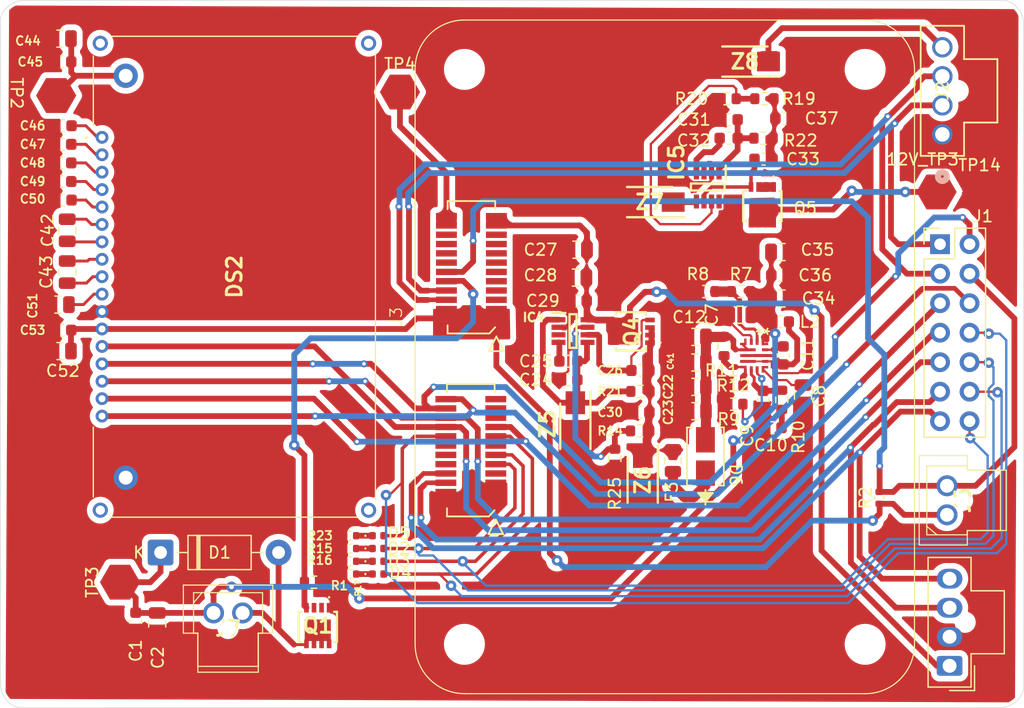
<source format=kicad_pcb>
(kicad_pcb (version 20241229) (generator "pcbnew") (generator_version "9.0")
  (layers (0 "F.Cu" signal) (2 "B.Cu" signal) (13 "F.Paste" user) (15 "B.Paste" user) (5 "F.SilkS" user "F.Silkscreen") (7 "B.SilkS" user "B.Silkscreen") (1 "F.Mask" user) (3 "B.Mask" user) (25 "Edge.Cuts" user))
  (net 0 "")
  (net 1 "+12V")
  (net 2 "+24V")
  (net 3 "GND")
  (net 4 "Net-(IC2-VCC_1)")
  (net 5 "Net-(IC2-COMP)")
  (net 6 "Net-(C10-Pad2)")
  (net 7 "Net-(IC2-BOOT)")
  (net 8 "Net-(IC2-SW)")
  (net 9 "Net-(D6-A)")
  (net 10 "/RPP_EN24")
  (net 11 "Net-(IC4-VCAP)")
  (net 12 "Net-(IC4-GATE)")
  (net 13 "/24V_OUT")
  (net 14 "/RPP_EN12")
  (net 15 "Net-(IC5-VCAP)")
  (net 16 "/12V_IN")
  (net 17 "Net-(IC5-GATE)")
  (net 18 "Net-(DS2-C2+)")
  (net 19 "Net-(DS2-C2-)")
  (net 20 "Net-(DS2-C1+)")
  (net 21 "Net-(DS2-C1-)")
  (net 22 "+3.3V")
  (net 23 "Net-(DS2-V0)")
  (net 24 "Net-(DS2-V1)")
  (net 25 "Net-(DS2-V2)")
  (net 26 "Net-(DS2-V3)")
  (net 27 "Net-(DS2-V4)")
  (net 28 "Net-(DS2-VOUT)")
  (net 29 "Net-(D1-A)")
  (net 30 "Net-(D2-K)")
  (net 31 "/LED_HV")
  (net 32 "/LED_FAULT")
  (net 33 "Net-(D3-K)")
  (net 34 "Net-(D4-K)")
  (net 35 "/LED_CHARGE")
  (net 36 "/LED_HEART")
  (net 37 "Net-(D5-K)")
  (net 38 "Net-(D6-K)")
  (net 39 "/Display_MISO")
  (net 40 "/Display_RES")
  (net 42 "/Display_SCLK")
  (net 46 "/Display_MOSI")
  (net 47 "/Display_NSS")
  (net 48 "Net-(IC2-FB_1)")
  (net 49 "Net-(IC2-EN{slash}UVLO)")
  (net 50 "Net-(IC2-ILIM)")
  (net 51 "/Power24V/OV")
  (net 53 "/Power12V/OV")
  (net 55 "/Estop")
  (net 60 "/BuzzPWM")
  (net 85 "/CAN_Elcon_+")
  (net 86 "/CAN_Car_+")
  (net 87 "/CAN_Elcon_-")
  (net 88 "/CAN_Car_-")
  (footprint "UTSVT_Passives:SODFL5026X125N" (layer "F.Cu") (at 122.4 63.375 180)
    (property "Reference" "Z8")
    (property "Value" "SMAF4744A" (hide yes))
  )
  (footprint "Resistor_SMD:R_0402_1005Metric" (layer "F.Cu") (at 88.415 105.3)
    (property "Reference" "R15")
    (property "Value" "590R")
  )
  (footprint "Capacitor_SMD:C_0603_1608Metric" (layer "F.Cu") (at 125.8 68.275)
    (property "Reference" "C37")
    (property "Value" "0.1u")
  )
  (footprint "153091202:1053091202" (layer "F.Cu") (at 139.8 102.4 90)
    (property "Reference" "J6")
    (property "Value" "Estop 3" (hide yes))
  )
  (footprint "Capacitor_SMD:C_0603_1608Metric" (layer "F.Cu") (at 124 71.775)
    (property "Reference" "C33")
    (property "Value" "22n")
  )
  (footprint "Resistor_SMD:R_0603_1608Metric" (layer "F.Cu") (at 125.575 92.5 -90)
    (property "Reference" "R10")
    (property "Value" "80.6k")
  )
  (footprint "Resistor_SMD:R_0402_1005Metric" (layer "F.Cu") (at 133.955 100.94 90)
    (property "Reference" "R2")
    (property "Value" "0")
  )
  (footprint "Capacitor_SMD:C_0805_2012Metric" (layer "F.Cu") (at 63.425 88.3 180)
    (property "Reference" "C52")
    (property "Value" "4u7")
  )
  (footprint "UTSVT_Special:TestPoint_HEX_3mmID" (layer "F.Cu") (at 68.6 108.2 90)
    (property "Reference" "TP3")
    (property "Value" "TestPoint")
  )
  (footprint "UTSVT_Passives:SODFL5026X125N" (layer "F.Cu") (at 107.8 94.775 -90)
    (property "Reference" "Z5")
    (property "Value" "SMAF4751A-TP" (hide yes))
  )
  (footprint "Capacitor_SMD:C_0603_1608Metric" (layer "F.Cu") (at 124.775 94.9)
    (property "Reference" "C10")
    (property "Value" "2n2")
  )
  (footprint "Capacitor_SMD:C_0603_1608Metric" (layer "F.Cu") (at 69.95 111.6 -90)
    (property "Reference" "C1")
    (property "Value" "0u1")
  )
  (footprint "UTSVT_Power:PSMN8R5-40MSDX" (layer "F.Cu") (at 112.575 86.6 90)
    (property "Reference" "Q4")
    (property "Value" "PSMN8R5-40MSDX" (hide yes))
  )
  (footprint "LED_SMD:LED_0402_1005Metric" (layer "F.Cu") (at 90.815 104.2)
    (property "Reference" "D5")
    (property "Value" "LED")
  )
  (footprint "UTSVT_Special:TestPoint_HEX_3mmID" (layer "F.Cu") (at 92.7 66 -90)
    (property "Reference" "TP4")
    (property "Value" "TestPoint")
  )
  (footprint "Capacitor_SMD:C_0805_2012Metric" (layer "F.Cu") (at 125.6 83.775)
    (property "Reference" "C34")
    (property "Value" "10u")
  )
  (footprint "UTSVT_Power:PSMN8R5-40MSDX" (layer "F.Cu") (at 85.625 112.05 180)
    (property "Reference" "Q1")
    (property "Value" "PSMN8R5-40MSDX" (hide yes))
  )
  (footprint "Capacitor_SMD:C_0603_1608Metric" (layer "F.Cu") (at 63.625 86.5 180)
    (property "Reference" "C53")
    (property "Value" "100n")
  )
  (footprint "Capacitor_SMD:C_0805_2012Metric" (layer "F.Cu") (at 64.05 77.9 90)
    (property "Reference" "C42")
    (property "Value" "2u2")
  )
  (footprint "Resistor_SMD:R_0603_1608Metric" (layer "F.Cu") (at 124 69.975 180)
    (property "Reference" "R22")
    (property "Value" "10k")
  )
  (footprint "Capacitor_SMD:C_0603_1608Metric" (layer "F.Cu") (at 108 83.975 180)
    (property "Reference" "C29")
    (property "Value" "0.1u")
  )
  (footprint "Capacitor_SMD:C_0805_2012Metric" (layer "F.Cu") (at 118.09 91.385 180)
    (property "Reference" "C22")
    (property "Value" "22u")
  )
  (footprint "UTSVT_Power:SOT65P280X110-8N" (layer "F.Cu") (at 107.6 86.575)
    (property "Reference" "IC4")
    (property "Value" "LM74502HDDFR" (hide yes))
  )
  (footprint "Resistor_SMD:R_0603_1608Metric" (layer "F.Cu") (at 121.4 91.275 180)
    (property "Reference" "R12")
    (property "Value" "64.9k")
  )
  (footprint "Capacitor_SMD:C_0805_2012Metric" (layer "F.Cu") (at 118.09 87.085 180)
    (property "Reference" "C12")
    (property "Value" "22u")
  )
  (footprint "Capacitor_SMD:C_0603_1608Metric" (layer "F.Cu") (at 107.2 90.775)
    (property "Reference" "C24")
    (property "Value" "1u")
  )
  (footprint "SK32A_LTP:SDO_DO-214AC-SMA_MCE" (layer "F.Cu") (at 119 97.375 90)
    (property "Reference" "D6")
    (property "Value" "D_Schottky")
  )
  (footprint "Inductor_SMD:L_0603_1608Metric" (layer "F.Cu") (at 125.4 85.775)
    (property "Reference" "L2")
    (property "Value" "10uH")
  )
  (footprint "Capacitor_SMD:C_0603_1608Metric" (layer "F.Cu") (at 63.65 68.9)
    (property "Reference" "C46")
    (property "Value" "1u")
  )
  (footprint "Fuse:Fuse_0805_2012Metric" (layer "F.Cu") (at 116.2 97.7375 90)
    (property "Reference" "F3")
    (property "Value" "5")
  )
  (footprint "Capacitor_SMD:C_0805_2012Metric" (layer "F.Cu") (at 118.1 93.475 180)
    (property "Reference" "C23")
    (property "Value" "22u")
  )
  (footprint "NHD-C12832A1Z-FSB-FBW-3V3:NHDC12832A1ZFSBFBW3V3" (layer "F.Cu") (at 67.05 69.8 -90)
    (property "Reference" "DS2")
    (property "Value" "NHD-C12832A1Z-FSB-FBW-3V3" (hide yes))
  )
  (footprint "Connector_PinHeader_2.54mm:PinHeader_2x07_P2.54mm_Vertical" (layer "F.Cu") (at 139.2 79.1)
    (property "Reference" "J1")
    (property "Value" "Conn_02x07_Top_Bottom")
  )
  (footprint "Capacitor_SMD:C_0805_2012Metric" (layer "F.Cu") (at 63.425 61.4 180)
    (property "Reference" "C44")
    (property "Value" "4u7")
  )
  (footprint "Capacitor_SMD:C_0603_1608Metric" (layer "F.Cu") (at 113.4 89.975)
    (property "Reference" "C26")
    (property "Value" "22n")
  )
  (footprint "Capacitor_SMD:C_0805_2012Metric" (layer "F.Cu") (at 125.6 79.775)
    (property "Reference" "C35")
    (property "Value" "10u")
  )
  (footprint "Capacitor_SMD:C_0603_1608Metric" (layer "F.Cu") (at 121 69.975 180)
    (property "Reference" "C32")
    (property "Value" "220n")
  )
  (footprint "Resistor_SMD:R_0402_1005Metric" (layer "F.Cu") (at 88.415 107.5)
    (property "Reference" "R17")
    (property "Value" "590R")
  )
  (footprint "153091202:1053091202" (layer "F.Cu") (at 76.65 110.845)
    (property "Reference" "J7")
    (property "Value" "BuzzConn" (hide yes))
  )
  (footprint "Capacitor_SMD:C_0603_1608Metric" (layer "F.Cu") (at 63.65 75.3)
    (property "Reference" "C50")
    (property "Value" "1u")
  )
  (footprint "TPS613771RYHR:VQFN-HR13_RYH_TEX" (layer "F.Cu") (at 123.2 88.68948 -90)
    (property "Reference" "IC2" (hide yes))
    (property "Value" "TPS613771RYHR")
  )
  (footprint "Capacitor_SMD:C_0805_2012Metric" (layer "F.Cu") (at 71.8 111.8 -90)
    (property "Reference" "C2")
    (property "Value" "10u")
  )
  (footprint "LED_SMD:LED_0402_1005Metric" (layer "F.Cu") (at 90.815 105.3)
    (property "Reference" "D2")
    (property "Value" "LED")
  )
  (footprint "Resistor_SMD:R_0603_1608Metric" (layer "F.Cu") (at 111.2 97.575 -90)
    (property "Reference" "R25")
    (property "Value" "4.3k")
  )
  (footprint "UTSVT_Passives:SODFL5026X125N" (layer "F.Cu") (at 113.6 99.4 -90)
    (property "Reference" "Z6")
    (property "Value" "SMAF4751A-TP" (hide yes))
  )
  (footprint "Resistor_SMD:R_0603_1608Metric" (layer "F.Cu") (at 85.3 108.2 180)
    (property "Reference" "R1")
    (property "Value" "100k")
  )
  (footprint "Capacitor_SMD:C_0805_2012Metric" (layer "F.Cu") (at 122 85.175 180)
    (property "Reference" "C7")
    (property "Value" "22u")
  )
  (footprint "UTSVT_Special:LeaderSOM" (layer "F.Cu") (at 92.800001 88.960079 90)
    (property "Reference" "J3")
    (property "Value" "~")
  )
  (footprint "Capacitor_SMD:C_0805_2012Metric" (layer "F.Cu") (at 63.25 84.3)
    (property "Reference" "C51")
    (property "Value" "2u2")
  )
  (footprint "LED_SMD:LED_0402_1005Metric" (layer "F.Cu") (at 90.815 107.5)
    (property "Reference" "D4")
    (property "Value" "LED")
  )
  (footprint "UTSVT_Power:PSMN8R5-40MSDX" (layer "F.Cu") (at 123.9 75.825 180)
    (property "Reference" "Q5")
    (property "Value" "PSMN8R5-40MSDX" (hide yes))
  )
  (footprint "UTSVT_Passives:SODFL5026X125N" (layer "F.Cu") (at 114.2 75.475 180)
    (property "Reference" "Z7")
    (property "Value" "SMAF4744A" (hide yes))
  )
  (footprint "Capacitor_SMD:C_0603_1608Metric" (layer "F.Cu") (at 123.975 92.5 90)
    (property "Reference" "C9")
    (property "Value" "15p")
  )
  (footprint "Resistor_SMD:R_0603_1608Metric" (layer "F.Cu") (at 124.075 66.575 180)
    (property "Reference" "R19")
    (property "Value" "47k")
  )
  (footprint "Capacitor_SMD:C_0603_1608Metric" (layer "F.Cu") (at 125.7 88.675 90)
    (property "Reference" "C11")
    (property "Value" "470nF")
  )
  (footprint "Resistor_SMD:R_0603_1608Metric" (layer "F.Cu") (at 113.375 95.175 180)
    (property "Reference" "R14")
    (property "Value" "100k")
  )
  (footprint "Capacitor_SMD:C_0603_1608Metric" (layer "F.Cu") (at 113.4 93.575 180)
    (property "Reference" "C30")
    (property "Value" "0.1u")
  )
  (footprint "Capacitor_SMD:C_0805_2012Metric" (layer "F.Cu") (at 107.8 81.975 180)
    (property "Reference" "C28")
    (property "Value" "10u")
  )
  (footprint "Capacitor_SMD:C_0603_1608Metric" (layer "F.Cu") (at 107.2 89.175 180)
    (property "Reference" "C25")
    (property "Value" "220n")
  )
  (footprint "Resistor_SMD:R_0402_1005Metric" (layer "F.Cu") (at 88.415 104.2)
    (property "Reference" "R23")
    (property "Value" "590R")
  )
  (footprint "UTSVT_Special:TestPoint_HEX_3mmID" (layer "F.Cu") (at 63.1 66.3 90)
    (property "Reference" "TP2")
    (property "Value" "TestPoint")
  )
  (footprint "Conn_1x4_1053091304:CONN_SD-105309-100_04_MOL" (layer "F.Cu") (at 139.39985 69.6451 90)
    (property "Reference" "J2")
    (property "Value" "LV_Elcon_Connector")
  )
  (footprint "LED_SMD:LED_0402_1005Metric" (layer "F.Cu") (at 90.815 106.4)
    (property "Reference" "D3")
    (property "Value" "LED")
  )
  (footprint "Capacitor_SMD:C_0805_2012Metric" (layer "F.Cu") (at 127.4 92.175 90)
    (property "Reference" "C8")
    (property "Value" "4u7")
  )
  (footprint "Capacitor_SMD:C_0805_2012Metric" (layer "F.Cu") (at 64.05 81.5 -90)
    (property "Reference" "C43")
    (property "Value" "2u2")
  )
  (footprint "UTSVT_Connectors:Molex_Nano-Fit_105309-xx04_1x04_P2.50mm_Vertical" (layer "F.Cu") (at 140.28 112.33 180)
    (property "Reference" "J4" (hide yes))
    (property "Value" "BPSConn" (hide yes))
  )
  (footprint "Resistor_SMD:R_0402_1005Metric" (layer "F.Cu") (at 88.415 106.4)
    (property "Reference" "R16")
    (property "Value" "590R")
  )
  (footprint "Resistor_SMD:R_0603_1608Metric" (layer "F.Cu") (at 119 83.175 180)
    (property "Reference" "R8")
    (property "Value" "1k")
  )
  (footprint "Resistor_SMD:R_0603_1608Metric" (layer "F.Cu") (at 120.825 66.575 180)
    (property "Reference" "R20")
    (property "Value" "4.3k")
  )
  (footprint "Capacitor_SMD:C_0603_1608Metric" (layer "F.Cu") (at 121 68.375)
    (property "Reference" "C31")
    (property "Value" "1u")
  )
  (footprint "Resistor_SMD:R_0603_1608Metric" (layer "F.Cu") (at 113.4 91.775 180)
    (property "Reference" "R21")
    (property "Value" "10k")
  )
  (footprint "Resistor_SMD:R_0603_1608Metric" (layer "F.Cu") (at 122.05 83.175 180)
    (property "Reference" "R7")
    (property "Value" "10k")
  )
  (footprint "Resistor_SMD:R_0603_1608Metric" (layer "F.Cu") (at 120.6 87.875 -90)
    (property "Reference" "R11")
    (property "Value" "1.5M")
  )
  (footprint "Capacitor_SMD:C_0603_1608Metric" (layer "F.Cu") (at 63.625 73.7)
    (property "Reference" "C49")
    (property "Value" "1u")
  )
  (footprint "Capacitor_SMD:C_0603_1608Metric" (layer "F.Cu") (at 63.625 63.4 180)
    (property "Reference" "C45")
    (property "Value" "100n")
  )
  (footprint "Capacitor_SMD:C_0603_1608Metric" (layer "F.Cu") (at 63.625 70.5)
    (property "Reference" "C47")
    (property "Value" "1u")
  )
  (footprint "Capacitor_SMD:C_0603_1608Metric" (layer "F.Cu") (at 125.45 81.775)
    (property "Reference" "C36")
    (property "Value" "0.1u")
  )
  (footprint "Diode_THT:D_DO-41_SOD81_P10.16mm_Horizontal" (layer "F.Cu") (at 72.09 105.645)
    (property "Reference" "D1")
    (property "Value" "1N5819")
  )
  (footprint "Capacitor_SMD:C_0805_2012Metric" (layer "F.Cu") (at 118.09 89.285 180)
    (property "Reference" "C41")
    (property "Value" "22u")
  )
  (footprint "UTSVT_Power:SOT65P280X110-8N" (layer "F.Cu") (at 119.2 74.175 -90)
    (property "Reference" "IC5")
    (property "Value" "LM74502HDDFR" (hide yes))
  )
  (footprint "Capacitor_SMD:C_0603_1608Metric" (layer "F.Cu") (at 63.625 72.1)
    (property "Reference" "C48")
    (property "Value" "1u")
  )
  (footprint "Resistor_SMD:R_0603_1608Metric" (layer "F.Cu") (at 121.4 92.875 180)
    (property "Reference" "R9")
    (property "Value" "29.4k")
  )
  (footprint "Capacitor_SMD:C_0805_2012Metric" (layer "F.Cu") (at 107.85 79.575 180)
    (property "Reference" "C27")
    (property "Value" "10u")
  )
  (footprint "UTSVT_Special:TestPoint_HEX_3mmID" (layer "F.Cu") (at 142.8 74.7 90)
    (property "Reference" "TP14")
    (property "Value" "TestPoint")
  )
  (footprint "UTSVT_Special:TestPoint_HEX_3mmID" (layer "F.Cu") (at 138.9 74.6 90)
    (property "Reference" "12V_TP3")
    (property "Value" "TestPoint")
  )
  (gr_arc (start 58.289364 59.702514) (mid 59.050001 58.550001) (end 60.356763 58.10365) (stroke (width 0.05)) (layer "Edge.Cuts"))
  (gr_line (start 60.356763 58.103648) (end 144.801134 58.1) (stroke (width 0.05)) (layer "Edge.Cuts"))
  (gr_line (start 146.400037 60.1674) (end 146.410637 117.397486) (stroke (width 0.05)) (layer "Edge.Cuts"))
  (gr_line (start 58.303654 116.943237) (end 58.289364 59.702514) (stroke (width 0.05)) (layer "Edge.Cuts"))
  (gr_arc (start 146.410636 117.397486) (mid 145.654746 118.546317) (end 144.355252 118.996316) (stroke (width 0.05)) (layer "Edge.Cuts"))
  (gr_line (start 144.355252 118.996352) (end 59.902514 119.010637) (stroke (width 0.05)) (layer "Edge.Cuts"))
  (gr_arc (start 144.801142 58.099964) (mid 145.953677 58.860614) (end 146.400037 60.1674) (stroke (width 0.05)) (layer "Edge.Cuts"))
  (gr_arc (start 59.902515 119.010637) (mid 58.748751 118.248382) (end 58.303653 116.939149) (stroke (width 0.05)) (layer "Edge.Cuts"))
  (segment (start 69.975 110.85) (end 69.95 110.825) (width 0.5) (layer "F.Cu") (net 1))
  (segment (start 71.8 110.85) (end 69.975 110.85) (width 0.5) (layer "F.Cu") (net 1))
  (segment (start 76.6 109.2) (end 76.65 109.25) (width 0.5) (layer "F.Cu") (net 1))
  (segment (start 124.6125 85.775) (end 124.6125 86.515469) (width 0.5) (layer "F.Cu") (net 1))
  (segment (start 68.6 108.2) (end 71.2 108.2) (width 0.5) (layer "F.Cu") (net 1))
  (segment (start 124.6125 86.515469) (end 124.028063 87.099906) (width 0.5) (layer "F.Cu") (net 1))
  (segment (start 121.4 99.063768) (end 110.863768 109.6) (width 0.5) (layer "F.Cu") (net 1))
  (segment (start 76.65 109.25) (end 76.65 110.845) (width 0.5) (layer "F.Cu") (net 1))
  (segment (start 110.863768 109.6) (end 89.2 109.6) (width 0.5) (layer "F.Cu") (net 1))
  (segment (start 131.6 74.5) (end 129.985 76.115) (width 0.5) (layer "F.Cu") (net 1))
  (segment (start 71.805 110.845) (end 71.8 110.85) (width 0.5) (layer "F.Cu") (net 1))
  (segment (start 121.4 96) (end 121.4 99.063768) (width 0.5) (layer "F.Cu") (net 1))
  (segment (start 138.9 74.6) (end 136.2 74.6) (width 0.5) (layer "F.Cu") (net 1))
  (segment (start 77.2 108.6) (end 76.6 109.2) (width 0.5) (layer "F.Cu") (net 1))
  (segment (start 69.95 110.825) (end 69.95 109.55) (width 0.5) (layer "F.Cu") (net 1))
  (segment (start 124.715469 86.515469) (end 125 86.8) (width 0.5) (layer "F.Cu") (net 1))
  (segment (start 123.950094 87.510426) (end 123.950094 87.099906) (width 0.25) (layer "F.Cu") (net 1))
  (segment (start 71.2 108.2) (end 72.09 107.31) (width 0.5) (layer "F.Cu") (net 1))
  (segment (start 76.65 110.845) (end 71.805 110.845) (width 0.5) (layer "F.Cu") (net 1))
  (segment (start 129.985 76.115) (end 123.9 76.115) (width 0.5) (layer "F.Cu") (net 1))
  (segment (start 124.6125 86.515469) (end 124.715469 86.515469) (width 0.5) (layer "F.Cu") (net 1))
  (segment (start 72.09 107.31) (end 72.09 105.645) (width 0.5) (layer "F.Cu") (net 1))
  (segment (start 78.2 108.6) (end 77.2 108.6) (width 0.5) (layer "F.Cu") (net 1))
  (segment (start 69.95 109.55) (end 68.6 108.2) (width 0.5) (layer "F.Cu") (net 1))
  (via (at 89.2 109.6) (size 0.9) (drill 0.4) (layers "F.Cu" "B.Cu") (net 1))
  (via (at 78.2 108.6) (size 0.9) (drill 0.4) (layers "F.Cu" "B.Cu") (net 1))
  (via (at 131.6 74.5) (size 0.9) (drill 0.4) (layers "F.Cu" "B.Cu") (net 1))
  (via (at 125 86.8) (size 0.9) (drill 0.4) (layers "F.Cu" "B.Cu") (net 1))
  (via (at 136.2 74.6) (size 0.9) (drill 0.4) (layers "F.Cu" "B.Cu") (net 1))
  (via (at 121.4 96) (size 0.9) (drill 0.4) (layers "F.Cu" "B.Cu") (net 1))
  (segment (start 88.2 108.6) (end 78.2 108.6) (width 0.5) (layer "B.Cu") (net 1))
  (segment (start 122 96) (end 121.4 96) (width 0.5) (layer "B.Cu") (net 1))
  (segment (start 136.2 74.6) (end 131.7 74.6) (width 0.5) (layer "B.Cu") (net 1))
  (segment (start 125 86.8) (end 125 93) (width 0.5) (layer "B.Cu") (net 1))
  (segment (start 131.7 74.6) (end 131.6 74.5) (width 0.5) (layer "B.Cu") (net 1))
  (segment (start 125 93) (end 122 96) (width 0.5) (layer "B.Cu") (net 1))
  (segment (start 89.2 109.6) (end 88.2 108.6) (width 0.5) (layer "B.Cu") (net 1))
  (segment (start 108.8 78.1) (end 108.186092 77.486092) (width 0.5) (layer "F.Cu") (net 2))
  (segment (start 108.8 79.575) (end 108.8 78.1) (width 0.5) (layer "F.Cu") (net 2))
  (segment (start 128.4 84.8) (end 129 85.4) (width 0.5) (layer "F.Cu") (net 2))
  (segment (start 96.7 76.686091) (end 96.7 72.95) (width 0.5) (layer "F.Cu") (net 2))
  (segment (start 138.92 115.4) (end 140.02 115.4) (width 0.5) (layer "F.Cu") (net 2))
  (segment (start 108.186092 77.486092) (end 101.000002 77.486092) (width 0.5) (layer "F.Cu") (net 2))
  (segment (start 108.85 85.6) (end 111.025 85.6) (width 0.5) (layer "F.Cu") (net 2))
  (segment (start 111.025 85.6) (end 111.05 85.625) (width 0.5) (layer "F.Cu") (net 2))
  (segment (start 108.775 85.525) (end 108.85 85.6) (width 0.5) (layer "F.Cu") (net 2))
  (segment (start 96.7 72.95) (end 92.7 68.95) (width 0.5) (layer "F.Cu") (net 2))
  (segment (start 129 105.48) (end 138.92 115.4) (width 0.5) (layer "F.Cu") (net 2))
  (segment (start 129 85.4) (end 129 105.48) (width 0.5) (layer "F.Cu") (net 2))
  (segment (start 112.5 84.5) (end 112.5 86.385) (width 0.5) (layer "F.Cu") (net 2))
  (segment (start 113.8 83.2) (end 112.5 84.5) (width 0.5) (layer "F.Cu") (net 2))
  (segment (start 92.7 68.95) (end 92.7 66) (width 0.5) (layer "F.Cu") (net 2))
  (segment (start 108.775 83.975) (end 108.775 85.525) (width 0.5) (layer "F.Cu") (net 2))
  (segment (start 114.8 83.2) (end 113.8 83.2) (width 0.5) (layer "F.Cu") (net 2))
  (segment (start 112.5 86.385) (end 112.285 86.6) (width 0.5) (layer "F.Cu") (net 2))
  (via (at 114.8 83.2) (size 0.9) (drill 0.4) (layers "F.Cu" "B.Cu") (net 2))
  (via (at 128.4 84.8) (size 0.9) (drill 0.4) (layers "F.Cu" "B.Cu") (net 2))
  (segment (start 116.6 84.2) (end 115.6 83.2) (width 0.5) (layer "B.Cu") (net 2))
  (segment (start 115.6 83.2) (end 114.8 83.2) (width 0.5) (layer "B.Cu") (net 2))
  (segment (start 127.8 84.2) (end 116.6 84.2) (width 0.5) (layer "B.Cu") (net 2))
  (segment (start 128.4 84.8) (end 127.8 84.2) (width 0.5) (layer "B.Cu") (net 2))
  (segment (start 124.718606 89.686646) (end 125.23196 90.2) (width 0.19) (layer "F.Cu") (net 3))
  (segment (start 122.949937 87.044142) (end 122.833759 86.927964) (width 0.19) (layer "F.Cu") (net 3))
  (segment (start 119.304 73.771) (end 118.329 73.771) (width 0.19) (layer "F.Cu") (net 3))
  (segment (start 107.6 85.79) (end 107.6 84.35) (width 0.19) (layer "F.Cu") (net 3))
  (segment (start 122.949937 87.50203) (end 122.949937 87.044142) (width 0.19) (layer "F.Cu") (net 3))
  (segment (start 121.05 85.75145) (end 121.05 85.175) (width 0.19) (layer "F.Cu") (net 3))
  (segment (start 107.6 84.35) (end 107.225 83.975) (width 0.19) (layer "F.Cu") (net 3))
  (segment (start 107.196 90.004) (end 106.425 90.775) (width 0.19) (layer "F.Cu") (net 3))
  (segment (start 122.654738 89.189606) (end 124.138022 89.189606) (width 0.15) (layer "F.Cu") (net 3))
  (segment (start 107.14 86.25) (end 107.196 86.306) (width 0.19) (layer "F.Cu") (net 3))
  (segment (start 119.525 72.925) (end 119.525 73.55) (width 0.19) (layer "F.Cu") (net 3))
  (segment (start 107.14 86.25) (end 107.6 85.79) (width 0.19) (layer "F.Cu") (net 3))
  (segment (start 119.525 73.55) (end 119.304 73.771) (width 0.19) (layer "F.Cu") (net 3))
  (segment (start 122.833759 86.927964) (end 122.226514 86.927964) (width 0.19) (layer "F.Cu") (net 3))
  (segment (start 122.226514 86.927964) (end 121.05 85.75145) (width 0.19) (layer "F.Cu") (net 3))
  (segment (start 124.718606 89.189606) (end 124.718606 89.686646) (width 0.19) (layer "F.Cu") (net 3))
  (segment (start 106.35 86.25) (end 107.14 86.25) (width 0.19) (layer "F.Cu") (net 3))
  (segment (start 107.196 86.306) (end 107.196 90.004) (width 0.19) (layer "F.Cu") (net 3))
  (segment (start 124.138022 89.189606) (end 124.718606 89.189606) (width 0.19) (layer "F.Cu") (net 3))
  (segment (start 125.23196 90.2) (end 127 90.2) (width 0.19) (layer "F.Cu") (net 3))
  (segment (start 118.329 73.771) (end 118.2 73.9) (width 0.19) (layer "F.Cu") (net 3))
  (segment (start 126.425 91.225) (end 127.4 91.225) (width 0.19) (layer "F.Cu") (net 4))
  (segment (start 126 90.8) (end 126.425 91.225) (width 0.19) (layer "F.Cu") (net 4))
  (segment (start 124.876903 90.8) (end 126 90.8) (width 0.19) (layer "F.Cu") (net 4))
  (segment (start 123.950118 89.873215) (end 124.876903 90.8) (width 0.19) (layer "F.Cu") (net 4))
  (segment (start 122.949937 90.324937) (end 123.2 90.575) (width 0.25) (layer "F.Cu") (net 5))
  (segment (start 123.975 91.725) (end 123.75 91.725) (width 0.5) (layer "F.Cu") (net 5))
  (segment (start 123.75 91.725) (end 123.2 91.175) (width 0.5) (layer "F.Cu") (net 5))
  (segment (start 122.949937 89.87693) (end 122.949937 90.324937) (width 0.25) (layer "F.Cu") (net 5))
  (segment (start 125.525 91.725) (end 125.575 91.675) (width 0.5) (layer "F.Cu") (net 5))
  (segment (start 123.975 91.725) (end 125.525 91.725) (width 0.5) (layer "F.Cu") (net 5))
  (segment (start 123.2 90.575) (end 123.2 91.175) (width 0.25) (layer "F.Cu") (net 5))
  (segment (start 125.575 94.55) (end 125.55 94.575) (width 0.5) (layer "F.Cu") (net 6))
  (segment (start 125.575 93.325) (end 125.575 94.875) (width 0.5) (layer "F.Cu") (net 6))
  (segment (start 124.785646 88.189354) (end 124.8 88.175) (width 0.2) (layer "F.Cu") (net 7))
  (segment (start 125.075 87.9) (end 124.8 88.175) (width 0.4) (layer "F.Cu") (net 7))
  (segment (start 125.7 87.9) (end 125.075 87.9) (width 0.5) (layer "F.Cu") (net 7))
  (segment (start 124.138022 88.189354) (end 124.785646 88.189354) (width 0.2) (layer "F.Cu") (net 7))
  (segment (start 126.9 89.075) (end 126.525 89.45) (width 0.5) (layer "F.Cu") (net 8))
  (segment (start 126.525 89.45) (end 125.7 89.45) (width 0.5) (layer "F.Cu") (net 8))
  (segment (start 126.1875 86.5625) (end 126.9 87.275) (width 0.5) (layer "F.Cu") (net 8))
  (segment (start 126.1875 85.775) (end 126.1875 86.5625) (width 0.5) (layer "F.Cu") (net 8))
  (segment (start 124.951 88.701) (end 125.7 89.45) (width 0.25) (layer "F.Cu") (net 8))
  (segment (start 124.570604 88.68948) (end 124.582124 88.701) (width 0.25) (layer "F.Cu") (net 8))
  (segment (start 126.9 87.275) (end 126.9 89.075) (width 0.5) (layer "F.Cu") (net 8))
  (segment (start 123.2 88.68948) (end 124.570604 88.68948) (width 0.25) (layer "F.Cu") (net 8))
  (segment (start 124.582124 88.701) (end 124.951 88.701) (width 0.25) (layer "F.Cu") (net 8))
  (segment (start 122.259694 87.69253) (end 122.259694 87.79431) (width 0.19) (layer "F.Cu") (net 9))
  (segment (start 121.075 87.05) (end 121.4 87.375) (width 0.5) (layer "F.Cu") (net 9))
  (segment (start 121.614354 88.189354) (end 121.6 88.175) (width 0.25) (layer "F.Cu") (net 9))
  (segment (start 119.04 93.465) (end 119.05 93.475) (width 0.875) (layer "F.Cu") (net 9))
  (segment (start 120.6 87.05) (end 121.075 87.05) (width 0.5) (layer "F.Cu") (net 9))
  (segment (start 119.04 89.285) (end 119.04 93.465) (width 0.875) (layer "F.Cu") (net 9))
  (segment (start 122.654738 88.189354) (end 121.614354 88.189354) (width 0.25) (layer "F.Cu") (net 9))
  (segment (start 119.04 87.085) (end 120.565 87.085) (width 0.875) (layer "F.Cu") (net 9))
  (segment (start 121.4 87.975) (end 121.6 88.175) (width 0.5) (layer "F.Cu") (net 9))
  (segment (start 122.259694 87.79431) (end 122.654738 88.189354) (width 0.19) (layer "F.Cu") (net 9))
  (segment (start 119.05 95.8899) (end 119 95.9399) (width 0.875) (layer "F.Cu") (net 9))
  (segment (start 120.565 87.085) (end 120.6 87.05) (width 0.875) (layer "F.Cu") (net 9))
  (segment (start 119.05 93.475) (end 119.05 95.8899) (width 0.875) (layer "F.Cu") (net 9))
  (segment (start 119.04 87.085) (end 119.04 89.285) (width 0.875) (layer "F.Cu") (net 9))
  (segment (start 121.4 87.375) (end 121.4 87.975) (width 0.5) (layer "F.Cu") (net 9))
  (segment (start 112.575 91.775) (end 110.6 91.775) (width 0.5) (layer "F.Cu") (net 10))
  (segment (start 108.8 87.601) (end 108.85 87.601) (width 0.5) (layer "F.Cu") (net 10))
  (segment (start 107.8 92.75) (end 106.465 92.75) (width 0.5) (layer "F.Cu") (net 10))
  (segment (start 108.8 88.975) (end 108.8 87.601) (width 0.5) (layer "F.Cu") (net 10))
  (segment (start 105 85.973) (end 105.373 85.6) (width 0.5) (layer "F.Cu") (net 10))
  (segment (start 106.465 92.75) (end 105 91.285) (width 0.5) (layer "F.Cu") (net 10))
  (segment (start 110.6 91.775) (end 109.625 92.75) (width 0.5) (layer "F.Cu") (net 10))
  (segment (start 105 91.285) (end 105 85.973) (width 0.5) (layer "F.Cu") (net 10))
  (segment (start 109.625 92.75) (end 107.8 92.75) (width 0.5) (layer "F.Cu") (net 10))
  (segment (start 107.975 89.175) (end 107.975 90.775) (width 0.5) (layer "F.Cu") (net 10))
  (segment (start 107.975 92.575) (end 107.8 92.75) (width 0.5) (layer "F.Cu") (net 10))
  (segment (start 107.975 89.175) (end 108.6 89.175) (width 0.5) (layer "F.Cu") (net 10))
  (segment (start 107.975 90.775) (end 107.975 92.575) (width 0.5) (layer "F.Cu") (net 10))
  (segment (start 108.6 89.175) (end 108.8 88.975) (width 0.5) (layer "F.Cu") (net 10))
  (segment (start 105.373 85.6) (end 106.35 85.6) (width 0.5) (layer "F.Cu") (net 10))
  (segment (start 106.425 87.625) (end 106.35 87.55) (width 0.5) (layer "F.Cu") (net 11))
  (segment (start 106.425 89.175) (end 106.425 87.625) (width 0.5) (layer "F.Cu") (net 11))
  (segment (start 113.62 85.625) (end 113.506 85.739) (width 0.19) (layer "F.Cu") (net 12))
  (segment (start 110.4 89.975) (end 110.2 89.775) (width 0.5) (layer "F.Cu") (net 12))
  (segment (start 109.851 87.026) (end 109.725 86.9) (width 0.5) (layer "F.Cu") (net 12))
  (segment (start 114.225 85.625) (end 113.62 85.625) (width 0.19) (layer "F.Cu") (net 12))
  (segment (start 110.2 89.775) (end 109.851 89.426) (width 0.5) (layer "F.Cu") (net 12))
  (segment (start 113.506 87.894) (end 112.625 88.775) (width 0.19) (layer "F.Cu") (net 12))
  (segment (start 109.725 86.9) (end 108.85 86.9) (width 0.5) (layer "F.Cu") (net 12))
  (segment (start 112.625 89.975) (end 110.4 89.975) (width 0.5) (layer "F.Cu") (net 12))
  (segment (start 112.625 88.775) (end 112.625 89.975) (width 0.19) (layer "F.Cu") (net 12))
  (segment (start 109.851 89.426) (end 109.851 87.026) (width 0.5) (layer "F.Cu") (net 12))
  (segment (start 113.506 85.739) (end 113.506 87.894) (width 0.19) (layer "F.Cu") (net 12))
  (segment (start 114.225 89.925) (end 114.175 89.975) (width 0.5) (layer "F.Cu") (net 13))
  (segment (start 114.225 87.575) (end 114.225 89.925) (width 0.5) (layer "F.Cu") (net 13))
  (segment (start 121.775 69.975) (end 121.775 68.375) (width 0.5) (layer "F.Cu") (net 14))
  (segment (start 120.175 72.925) (end 120.175 72.6) (width 0.5) (layer "F.Cu") (net 14))
  (segment (start 123.175 69.975) (end 121.775 69.975) (width 0.5) (layer "F.Cu") (net 14))
  (segment (start 118.175 75.475) (end 118.225 75.425) (width 0.5) (layer "F.Cu") (net 14))
  (segment (start 121.775 71) (end 121.775 69.975) (width 0.5) (layer "F.Cu") (net 14))
  (segment (start 116.225 75.475) (end 118.175 75.475) (width 0.5) (layer "F.Cu") (net 14))
  (segment (start 120.175 72.6) (end 121.775 71) (width 0.5) (layer "F.Cu") (net 14))
  (segment (start 120.225 70.55) (end 119.6 71.175) (width 0.5) (layer "F.Cu") (net 15))
  (segment (start 119.6 71.175) (end 118.875 71.175) (width 0.5) (layer "F.Cu") (net 15))
  (segment (start 118.875 71.175) (end 118.225 71.825) (width 0.5) (layer "F.Cu") (net 15))
  (segment (start 118.225 71.825) (end 118.225 72.925) (width 0.5) (layer "F.Cu") (net 15))
  (segment (start 120.225 69.975) (end 120.225 70.55) (width 0.5) (layer "F.Cu") (net 15))
  (segment (start 124.825 71.725) (end 124.775 71.775) (width 0.5) (layer "F.Cu") (net 16))
  (segment (start 124.9 68.1) (end 124.825 68.175) (width 0.5) (layer "F.Cu") (net 16))
  (segment (start 125.6 60.5) (end 124.425 61.675) (width 0.5) (layer "F.Cu") (net 16))
  (segment (start 139.39985 62.1451) (end 137.75475 60.5) (width 0.5) (layer "F.Cu") (net 16))
  (segment (start 124.825 69.9) (end 124.75 69.975) (width 0.5) (layer "F.Cu") (net 16))
  (segment (start 124.425 61.675) (end 124.425 63.375) (width 0.5) (layer "F.Cu") (net 16))
  (segment (start 124.875 71.875) (end 124.775 71.775) (width 0.5) (layer "F.Cu") (net 16))
  (segment (start 137.75475 60.5) (end 125.6 60.5) (width 0.5) (layer "F.Cu") (net 16))
  (segment (start 124.75 71.725) (end 124.7 71.775) (width 0.5) (layer "F.Cu") (net 16))
  (segment (start 122.925 74.175) (end 122.925 72.85) (width 0.3) (layer "F.Cu") (net 17))
  (segment (start 119.525 74.175) (end 118.875 74.825) (width 0.3) (layer "F.Cu") (net 17))
  (segment (start 122.925 74.175) (end 119.525 74.175) (width 0.3) (layer "F.Cu") (net 17))
  (segment (start 118.875 74.825) (end 118.875 75.425) (width 0.3) (layer "F.Cu") (net 17))
  (segment (start 123.225 71.775) (end 123.225 72.55) (width 0.5) (layer "F.Cu") (net 17))
  (segment (start 122.925 72.85) (end 123.225 72.55) (width 0.3) (layer "F.Cu") (net 17))
  (segment (start 67.05 78.9) (end 64.1 78.9) (width 0.25) (layer "F.Cu") (net 18))
  (segment (start 64.1 78.9) (end 64.05 78.85) (width 0.25) (layer "F.Cu") (net 18))
  (segment (start 65.7 76.95) (end 64.05 76.95) (width 0.25) (layer "F.Cu") (net 19))
  (segment (start 67.05 77.4) (end 66.15 77.4) (width 0.25) (layer "F.Cu") (net 19))
  (segment (start 66.15 77.4) (end 65.7 76.95) (width 0.25) (layer "F.Cu") (net 19))
  (segment (start 67.05 80.4) (end 65.95 80.4) (width 0.25) (layer "F.Cu") (net 20))
  (segment (start 65.8 80.55) (end 64.05 80.55) (width 0.25) (layer "F.Cu") (net 20))
  (segment (start 65.95 80.4) (end 65.8 80.55) (width 0.25) (layer "F.Cu") (net 20))
  (segment (start 65.7 82.45) (end 64.05 82.45) (width 0.25) (layer "F.Cu") (net 21))
  (segment (start 66.25 81.9) (end 65.7 82.45) (width 0.25) (layer "F.Cu") (net 21))
  (segment (start 67.05 81.9) (end 66.25 81.9) (width 0.25) (layer "F.Cu") (net 21))
  (segment (start 64.675 64.725) (end 64.675 64.6) (width 0.5) (layer "F.Cu") (net 22))
  (segment (start 134 101.495) (end 133.955 101.45) (width 0.5) (layer "F.Cu") (net 22))
  (segment (start 67.05 86.4) (end 93.2 86.4) (width 0.5) (layer "F.Cu") (net 22))
  (segment (start 94.11391 85.48609) (end 96.700061 85.48609) (width 0.5) (layer "F.Cu") (net 22))
  (segment (start 64.4 64.325) (end 64.4 63.4) (width 0.5) (layer "F.Cu") (net 22))
  (segment (start 64.5 86.4) (end 64.4 86.5) (width 0.5) (layer "F.Cu") (net 22))
  (segment (start 106.225 106.325) (end 105.6 105.7) (width 0.5) (layer "F.Cu") (net 22))
  (segment (start 64.4 63.4) (end 64.4 61.425) (width 0.5) (layer "F.Cu") (net 22))
  (segment (start 69.09 64.6) (end 64.675 64.6) (width 0.5) (layer "F.Cu") (net 22))
  (segment (start 133.955 101.45) (end 135.155 101.45) (width 0.5) (layer "F.Cu") (net 22))
  (segment (start 134 102.3) (end 134 101.495) (width 0.5) (layer "F.Cu") (net 22))
  (segment (start 133.4 102.9) (end 134 102.3) (width 0.5) (layer "F.Cu") (net 22))
  (segment (start 93.2 86.4) (end 94.11391 85.48609) (width 0.5) (layer "F.Cu") (net 22))
  (segment (start 63.1 66.3) (end 64.675 64.725) (width 0.5) (layer "F.Cu") (net 22))
  (segment (start 67.05 86.4) (end 64.5 86.4) (width 0.5) (layer "F.Cu") (net 22))
  (segment (start 64.375 86.525) (end 64.4 86.5) (width 0.5) (layer "F.Cu") (net 22))
  (segment (start 69.225 64.465) (end 69.09 64.6) (width 0.5) (layer "F.Cu") (net 22))
  (segment (start 64.675 64.6) (end 64.4 64.325) (width 0.5) (layer "F.Cu") (net 22))
  (segment (start 105.6 105.7) (end 105.6 94.2) (width 0.5) (layer "F.Cu") (net 22))
  (segment (start 105.6 94.2) (end 101.000002 89.600002) (width 0.5) (layer "F.Cu") (net 22))
  (segment (start 101.000002 89.600002) (end 101.000002 85.486089) (width 0.5) (layer "F.Cu") (net 22))
  (segment (start 135.155 101.45) (end 136.105 102.4) (width 0.5) (layer "F.Cu") (net 22))
  (segment (start 136.105 102.4) (end 139.8 102.4) (width 0.5) (layer "F.Cu") (net 22))
  (segment (start 64.4 61.425) (end 64.375 61.4) (width 0.5) (layer "F.Cu") (net 22))
  (segment (start 64.375 88.3) (end 64.375 86.525) (width 0.5) (layer "F.Cu") (net 22))
  (via (at 106.225 106.325) (size 0.9) (drill 0.4) (layers "F.Cu" "B.Cu") (net 22))
  (via (at 133.4 102.9) (size 0.9) (drill 0.4) (layers "F.Cu" "B.Cu") (net 22))
  (segment (start 133.4 102.9) (end 128.2 102.9) (width 0.5) (layer "B.Cu") (net 22))
  (segment (start 128.2 102.9) (end 124.2 106.9) (width 0.5) (layer "B.Cu") (net 22))
  (segment (start 106.8 106.9) (end 106.225 106.325) (width 0.5) (layer "B.Cu") (net 22))
  (segment (start 124.2 106.9) (end 106.8 106.9) (width 0.5) (layer "B.Cu") (net 22))
  (segment (start 65.65 68.9) (end 64.425 68.9) (width 0.25) (layer "F.Cu") (net 23))
  (segment (start 66.65 69.9) (end 65.65 68.9) (width 0.25) (layer "F.Cu") (net 23))
  (segment (start 67.05 69.9) (end 66.65 69.9) (width 0.25) (layer "F.Cu") (net 23))
  (segment (start 67.05 71.4) (end 66.55 71.4) (width 0.25) (layer "F.Cu") (net 24))
  (segment (start 66.55 71.4) (end 65.65 70.5) (width 0.25) (layer "F.Cu") (net 24))
  (segment (start 65.65 70.5) (end 64.4 70.5) (width 0.25) (layer "F.Cu") (net 24))
  (segment (start 65.65 72.1) (end 64.4 72.1) (width 0.25) (layer "F.Cu") (net 25))
  (segment (start 67.05 72.9) (end 66.45 72.9) (width 0.25) (layer "F.Cu") (net 25))
  (segment (start 66.45 72.9) (end 65.65 72.1) (width 0.25) (layer "F.Cu") (net 25))
  (segment (start 65.65 73.7) (end 64.4 73.7) (width 0.25) (layer "F.Cu") (net 26))
  (segment (start 66.35 74.4) (end 65.65 73.7) (width 0.25) (layer "F.Cu") (net 26))
  (segment (start 67.05 74.4) (end 66.35 74.4) (width 0.25) (layer "F.Cu") (net 26))
  (segment (start 67.05 75.9) (end 66.25 75.9) (width 0.25) (layer "F.Cu") (net 27))
  (segment (start 65.65 75.3) (end 64.425 75.3) (width 0.25) (layer "F.Cu") (net 27))
  (segment (start 66.25 75.9) (end 65.65 75.3) (width 0.25) (layer "F.Cu") (net 27))
  (segment (start 65.45 84.3) (end 64.2 84.3) (width 0.25) (layer "F.Cu") (net 28))
  (segment (start 66.35 83.4) (end 65.45 84.3) (width 0.25) (layer "F.Cu") (net 28))
  (segment (start 67.05 83.4) (end 66.35 83.4) (width 0.25) (layer "F.Cu") (net 28))
  (segment (start 80.845 110.845) (end 82.4 112.4) (width 0.5) (layer "F.Cu") (net 29))
  (segment (start 79.15 110.845) (end 80.845 110.845) (width 0.5) (layer "F.Cu") (net 29))
  (segment (start 82.4 112.4) (end 83.575 113.575) (width 0.5) (layer "F.Cu") (net 29))
  (segment (start 84.65 113.575) (end 83.575 113.575) (width 0.25) (layer "F.Cu") (net 29))
  (segment (start 82.25 105.645) (end 82.25 112.25) (width 0.5) (layer "F.Cu") (net 29))
  (segment (start 88.925 105.3) (end 90.33 105.3) (width 0.5) (layer "F.Cu") (net 30))
  (segment (start 99.1 105.3) (end 102.6 101.8) (width 0.3) (layer "F.Cu") (net 31))
  (segment (start 141.74 89.26) (end 143.36 89.26) (width 0.2) (layer "F.Cu") (net 31))
  (segment (start 102.6 98.5) (end 102.140068 98.040068) (width 0.3) (layer "F.Cu") (net 31))
  (segment (start 102.6 101.8) (end 102.6 98.5) (width 0.3) (layer "F.Cu") (net 31))
  (segment (start 93.701562 105.301562) (end 94.298438 105.301562) (width 0.3) (layer "F.Cu") (net 31))
  (segment (start 94.298438 105.301562) (end 94.3 105.3) (width 0.3) (layer "F.Cu") (net 31))
  (segment (start 91.3 105.3) (end 93.7 105.3) (width 0.3) (layer "F.Cu") (net 31))
  (segment (start 94.3 105.3) (end 99.1 105.3) (width 0.3) (layer "F.Cu") (net 31))
  (segment (start 93.7 105.3) (end 93.701562 105.301562) (width 0.2) (layer "F.Cu") (net 31))
  (segment (start 143.36 89.26) (end 143.4 89.3) (width 0.2) (layer "F.Cu") (net 31))
  (segment (start 102.140068 98.040068) (end 100.950002 98.040068) (width 0.3) (layer "F.Cu") (net 31))
  (via (at 143.4 89.3) (size 0.9) (drill 0.4) (layers "F.Cu" "B.Cu") (net 31))
  (via (at 94.298438 105.301562) (size 0.9) (drill 0.4) (layers "F.Cu" "B.Cu") (net 31))
  (segment (start 143.8 92.562075) (end 143.399 92.161075) (width 0.2) (layer "B.Cu") (net 31))
  (segment (start 143.8 89.7) (end 143.4 89.3) (width 0.2) (layer "B.Cu") (net 31))
  (segment (start 134.9 104.9) (end 135.1329 104.9) (width 0.2) (layer "B.Cu") (net 31))
  (segment (start 143.8 91.137925) (end 143.8 89.7) (width 0.2) (layer "B.Cu") (net 31))
  (segment (start 130.899 108.901) (end 134.9 104.9) (width 0.2) (layer "B.Cu") (net 31))
  (segment (start 95.562075 105.9) (end 98.563075 108.901) (width 0.2) (layer "B.Cu") (net 31))
  (segment (start 143.101 104.899) (end 143.8 104.2) (width 0.2) (layer "B.Cu") (net 31))
  (segment (start 143.399 92.161075) (end 143.399 91.538925) (width 0.2) (layer "B.Cu") (net 31))
  (segment (start 143.399 91.538925) (end 143.8 91.137925) (width 0.2) (layer "B.Cu") (net 31))
  (segment (start 135.1329 104.9) (end 135.1339 104.899) (width 0.2) (layer "B.Cu") (net 31))
  (segment (start 94.4 105.9) (end 95.562075 105.9) (width 0.2) (layer "B.Cu") (net 31))
  (segment (start 94.298438 105.798438) (end 94.4 105.9) (width 0.2) (layer "B.Cu") (net 31))
  (segment (start 135.1339 104.899) (end 143.101 104.899) (width 0.2) (layer "B.Cu") (net 31))
  (segment (start 94.298438 105.301562) (end 94.298438 105.798438) (width 0.2) (layer "B.Cu") (net 31))
  (segment (start 143.8 104.2) (end 143.8 92.562075) (width 0.2) (layer "B.Cu") (net 31))
  (segment (start 98.563075 108.901) (end 130.899 108.901) (width 0.2) (layer "B.Cu") (net 31))
  (segment (start 103.3 98.2) (end 102.34007 97.24007) (width 0.3) (layer "F.Cu") (net 32))
  (segment (start 103.3 102.3) (end 103.3 98.2) (width 0.3) (layer "F.Cu") (net 32))
  (segment (start 98.1 106.4) (end 91.3 106.4) (width 0.3) (layer "F.Cu") (net 32))
  (segment (start 141.74 95.74) (end 141.8 95.8) (width 0.2) (layer "F.Cu") (net 32))
  (segment (start 141.74 94.34) (end 141.74 95.74) (width 0.2) (layer "F.Cu") (net 32))
  (segment (start 99.2 106.4) (end 98.1 106.4) (width 0.3) (layer "F.Cu") (net 32))
  (segment (start 99.2 106.4) (end 103.3 102.3) (width 0.3) (layer "F.Cu") (net 32))
  (segment (start 102.34007 97.24007) (end 100.950002 97.24007) (width 0.3) (layer "F.Cu") (net 32))
  (via (at 98.1 106.4) (size 0.9) (drill 0.4) (layers "F.Cu" "B.Cu") (net 32))
  (via (at 141.8 95.8) (size 0.9) (drill 0.4) (layers "F.Cu" "B.Cu") (net 32))
  (segment (start 100.1 108.5) (end 98.1 106.5) (width 0.2) (layer "B.Cu") (net 32))
  (segment (start 143.3 103.9) (end 143.3 97.3) (width 0.2) (layer "B.Cu") (net 32))
  (segment (start 100.1 108.5) (end 130.7 108.5) (width 0.2) (layer "B.Cu") (net 32))
  (segment (start 142.702 104.498) (end 143.3 103.9) (width 0.2) (layer "B.Cu") (net 32))
  (segment (start 98.1 106.5) (end 98.1 106.4) (width 0.2) (layer "B.Cu") (net 32))
  (segment (start 130.7 108.5) (end 134.702 104.498) (width 0.2) (layer "B.Cu") (net 32))
  (segment (start 143.3 97.3) (end 141.8 95.8) (width 0.2) (layer "B.Cu") (net 32))
  (segment (start 134.702 104.498) (end 142.702 104.498) (width 0.2) (layer "B.Cu") (net 32))
  (segment (start 88.925 106.4) (end 90.33 106.4) (width 0.5) (layer "F.Cu") (net 33))
  (segment (start 88.925 107.5) (end 90.33 107.5) (width 0.5) (layer "F.Cu") (net 34))
  (segment (start 102.17706 95.640068) (end 100.950002 95.640068) (width 0.3) (layer "F.Cu") (net 35))
  (segment (start 104.1 97.563008) (end 102.17706 95.640068) (width 0.3) (layer "F.Cu") (net 35))
  (segment (start 96.1 107.5) (end 99.3 107.5) (width 0.3) (layer "F.Cu") (net 35))
  (segment (start 99.3 107.5) (end 100.85 105.95) (width 0.3) (layer "F.Cu") (net 35))
  (segment (start 91.3 107.5) (end 96.1 107.5) (width 0.3) (layer "F.Cu") (net 35))
  (segment (start 144.1 91.8) (end 144.15 91.85) (width 0.2) (layer "F.Cu") (net 35))
  (segment (start 97.1 108.5) (end 96.1 107.5) (width 0.2) (layer "F.Cu") (net 35))
  (segment (start 104.1 102.7) (end 104.1 97.563008) (width 0.3) (layer "F.Cu") (net 35))
  (segment (start 100.85 105.95) (end 104.1 102.7) (width 0.3) (layer "F.Cu") (net 35))
  (segment (start 141.74 91.8) (end 144.1 91.8) (width 0.2) (layer "F.Cu") (net 35))
  (via (at 144.15 91.85) (size 0.9) (drill 0.4) (layers "F.Cu" "B.Cu") (net 35))
  (via (at 97.1 108.5) (size 0.9) (drill 0.4) (layers "F.Cu" "B.Cu") (net 35))
  (segment (start 144.5 92.1) (end 144.25 91.85) (width 0.2) (layer "B.Cu") (net 35))
  (segment (start 135.3 105.3) (end 143.6 105.3) (width 0.2) (layer "B.Cu") (net 35))
  (segment (start 98 109.4) (end 131.2 109.4) (width 0.2) (layer "B.Cu") (net 35))
  (segment (start 143.6 105.3) (end 144.5 104.4) (width 0.2) (layer "B.Cu") (net 35))
  (segment (start 144.5 104.4) (end 144.5 92.1) (width 0.2) (layer "B.Cu") (net 35))
  (segment (start 97.1 108.5) (end 98 109.4) (width 0.2) (layer "B.Cu") (net 35))
  (segment (start 131.2 109.4) (end 135.3 105.3) (width 0.2) (layer "B.Cu") (net 35))
  (segment (start 144.25 91.85) (end 144.15 91.85) (width 0.2) (layer "B.Cu") (net 35))
  (segment (start 92.9 104) (end 92.9 99.6) (width 0.3) (layer "F.Cu") (net 36))
  (segment (start 143.4 86.8) (end 143.2 86.8) (width 0.2) (layer "F.Cu") (net 36))
  (segment (start 92.7 104.2) (end 92.9 104) (width 0.3) (layer "F.Cu") (net 36))
  (segment (start 91.3 104.2) (end 92.7 104.2) (width 0.3) (layer "F.Cu") (net 36))
  (segment (start 143.12 86.72) (end 141.74 86.72) (width 0.2) (layer "F.Cu") (net 36))
  (segment (start 92.9 99.6) (end 92.9 96.7) (width 0.3) (layer "F.Cu") (net 36))
  (segment (start 92.9 96.7) (end 93.959932 95.640068) (width 0.3) (layer "F.Cu") (net 36))
  (segment (start 91.5 100.7) (end 91.8 100.7) (width 0.2) (layer "F.Cu") (net 36))
  (segment (start 91.8 100.7) (end 92.9 99.6) (width 0.2) (layer "F.Cu") (net 36))
  (segment (start 143.2 86.8) (end 143.12 86.72) (width 0.2) (layer "F.Cu") (net 36))
  (segment (start 93.959932 95.640068) (end 96.65 95.640068) (width 0.3) (layer "F.Cu") (net 36))
  (via (at 91.5 100.7) (size 0.9) (drill 0.4) (layers "F.Cu" "B.Cu") (net 36))
  (via (at 143.4 86.8) (size 0.9) (drill 0.4) (layers "F.Cu" "B.Cu") (net 36))
  (segment (start 144.9 104.9) (end 144.1 105.7) (width 0.2) (layer "B.Cu") (net 36))
  (segment (start 143.4 86.8) (end 144.33 86.8) (width 0.2) (layer "B.Cu") (net 36))
  (segment (start 131.3 110) (end 94.2 110) (width 0.2) (layer "B.Cu") (net 36))
  (segment (start 94.2 110) (end 91.5 107.3) (width 0.2) (layer "B.Cu") (net 36))
  (segment (start 144.1 105.7) (end 135.6 105.7) (width 0.2) (layer "B.Cu") (net 36))
  (segment (start 91.5 107.3) (end 91.5 100.7) (width 0.2) (layer "B.Cu") (net 36))
  (segment (start 135.6 105.7) (end 131.3 110) (width 0.2) (layer "B.Cu") (net 36))
  (segment (start 144.9 87.37) (end 144.9 104.9) (width 0.2) (layer "B.Cu") (net 36))
  (segment (start 144.33 86.8) (end 144.9 87.37) (width 0.2) (layer "B.Cu") (net 36))
  (segment (start 88.925 104.2) (end 90.33 104.2) (width 0.5) (layer "F.Cu") (net 37))
  (segment (start 116.2 98.675) (end 116.2 99.875) (width 0.875) (layer "F.Cu") (net 38))
  (segment (start 117.2 100.875) (end 118 100.875) (width 0.875) (layer "F.Cu") (net 38))
  (segment (start 119 99.875) (end 119 98.8101) (width 0.875) (layer "F.Cu") (net 38))
  (segment (start 116.2 99.875) (end 117.2 100.875) (width 0.875) (layer "F.Cu") (net 38))
  (segment (start 118 100.875) (end 119 99.875) (width 0.875) (layer "F.Cu") (net 38))
  (segment (start 98.440069 94.040069) (end 96.65 94.040069) (width 0.5) (layer "F.Cu") (net 39))
  (segment (start 67.05 90.9) (end 86.6 90.9) (width 0.5) (layer "F.Cu") (net 39))
  (segment (start 99.4 97.8) (end 99.4 95) (width 0.5) (layer "F.Cu") (net 39))
  (segment (start 138.68 86.72) (end 139.2 86.72) (width 0.5) (layer "F.Cu") (net 39))
  (segment (start 92.840069 94.040069) (end 96.65 94.040069) (width 0.5) (layer "F.Cu") (net 39))
  (segment (start 99.4 95) (end 98.440069 94.040069) (width 0.5) (layer "F.Cu") (net 39))
  (segment (start 89.7 90.9) (end 92.840069 94.040069) (width 0.5) (layer "F.Cu") (net 39))
  (segment (start 132.85 92.55) (end 138.68 86.72) (width 0.5) (layer "F.Cu") (net 39))
  (via (at 86.6 90.9) (size 0.6) (drill 0.3) (layers "F.Cu" "B.Cu") (net 39))
  (via (at 99.4 97.8) (size 0.6) (drill 0.3) (layers "F.Cu" "B.Cu") (net 39))
  (via (at 89.7 90.9) (size 0.6) (drill 0.3) (layers "F.Cu" "B.Cu") (net 39))
  (via (at 132.85 92.55) (size 0.6) (drill 0.3) (layers "F.Cu" "B.Cu") (net 39))
  (segment (start 122.6 102.8) (end 101.2 102.8) (width 0.5) (layer "B.Cu") (net 39))
  (segment (start 99.4 101) (end 99.4 97.8) (width 0.5) (layer "B.Cu") (net 39))
  (segment (start 86.6 90.9) (end 89.7 90.9) (width 0.5) (layer "B.Cu") (net 39))
  (segment (start 101.2 102.8) (end 99.4 101) (width 0.5) (layer "B.Cu") (net 39))
  (segment (start 132.85 92.55) (end 122.6 102.8) (width 0.5) (layer "B.Cu") (net 39))
  (segment (start 85.3 92.4) (end 67.05 92.4) (width 0.5) (layer "F.Cu") (net 40))
  (segment (start 132.6 90.8) (end 132.6 90.78) (width 0.5) (layer "F.Cu") (net 40))
  (segment (start 102.227003 94.840069) (end 100.950002 94.840069) (width 0.5) (layer "F.Cu") (net 40))
  (segment (start 89 96.1) (end 85.3 92.4) (width 0.5) (layer "F.Cu") (net 40))
  (segment (start 132.6 90.78) (end 139.2 84.18) (width 0.5) (layer "F.Cu") (net 40))
  (segment (start 132.25 91.15) (end 132.6 90.8) (width 0.5) (layer "F.Cu") (net 40))
  (segment (start 103.458818 96.071884) (end 102.227003 94.840069) (width 0.5) (layer "F.Cu") (net 40))
  (segment (start 103.528116 96.071884) (end 103.458818 96.071884) (width 0.5) (layer "F.Cu") (net 40))
  (via (at 103.528116 96.071884) (size 0.6) (drill 0.3) (layers "F.Cu" "B.Cu") (net 40))
  (via (at 89 96.1) (size 0.6) (drill 0.3) (layers "F.Cu" "B.Cu") (net 40))
  (via (at 132.25 91.15) (size 0.6) (drill 0.3) (layers "F.Cu" "B.Cu") (net 40))
  (segment (start 101.728116 96.071884) (end 101.7 96.1) (width 0.5) (layer "B.Cu") (net 40))
  (segment (start 103.528116 96.128116) (end 103.528116 96.071884) (width 0.5) (layer "B.Cu") (net 40))
  (segment (start 132.25 91.15) (end 121.8 101.6) (width 0.5) (layer "B.Cu") (net 40))
  (segment (start 103.528116 96.071884) (end 101.728116 96.071884) (width 0.5) (layer "B.Cu") (net 40))
  (segment (start 101.7 96.1) (end 89 96.1) (width 0.5) (layer "B.Cu") (net 40))
  (segment (start 121.8 101.6) (end 109 101.6) (width 0.5) (layer "B.Cu") (net 40))
  (segment (start 109 101.6) (end 103.528116 96.128116) (width 0.5) (layer "B.Cu") (net 40))
  (segment (start 90.2 89.4) (end 94.04007 93.24007) (width 0.5) (layer "F.Cu") (net 42))
  (segment (start 141.74 77.4) (end 141.74 79.1) (width 0.5) (layer "F.Cu") (net 42))
  (segment (start 130.175 87.075) (end 135.373959 81.876041) (width 0.5) (layer "F.Cu") (net 42))
  (segment (start 94.04007 93.24007) (end 95.24007 93.24007) (width 0.5) (layer "F.Cu") (net 42))
  (segment (start 89.6 89.4) (end 90.2 89.4) (width 0.5) (layer "F.Cu") (net 42))
  (segment (start 95.24007 93.24007) (end 96.65 93.24007) (width 0.5) (layer "F.Cu") (net 42))
  (segment (start 94.8 92.8) (end 95.24007 93.24007) (width 0.5) (layer "F.Cu") (net 42))
  (segment (start 67.05 89.4) (end 85.2 89.4) (width 0.5) (layer "F.Cu") (net 42))
  (segment (start 94.8 92.2) (end 94.8 92.8) (width 0.5) (layer "F.Cu") (net 42))
  (segment (start 141.14 76.8) (end 141.74 77.4) (width 0.5) (layer "F.Cu") (net 42))
  (segment (start 95.6 91.4) (end 94.8 92.2) (width 0.5) (layer "F.Cu") (net 42))
  (via (at 95.6 91.4) (size 0.6) (drill 0.3) (layers "F.Cu" "B.Cu") (net 42))
  (via (at 85.2 89.4) (size 0.6) (drill 0.3) (layers "F.Cu" "B.Cu") (net 42))
  (via (at 130.175 87.075) (size 0.6) (drill 0.3) (layers "F.Cu" "B.Cu") (net 42))
  (via (at 89.6 89.4) (size 0.6) (drill 0.3) (layers "F.Cu" "B.Cu") (net 42))
  (via (at 135.373959 81.876041) (size 0.6) (drill 0.3) (layers "F.Cu" "B.Cu") (net 42))
  (via (at 141.14 76.8) (size 0.6) (drill 0.3) (layers "F.Cu" "B.Cu") (net 42))
  (segment (start 138.698 76.8) (end 135.6 79.898) (width 0.5) (layer "B.Cu") (net 42))
  (segment (start 101.8 91.4) (end 95.6 91.4) (width 0.5) (layer "B.Cu") (net 42))
  (segment (start 135.6 81.65) (end 135.373959 81.876041) (width 0.5) (layer "B.Cu") (net 42))
  (segment (start 130.175 88.825) (end 119.4 99.6) (width 0.5) (layer "B.Cu") (net 42))
  (segment (start 119.4 99.6) (end 110 99.6) (width 0.5) (layer "B.Cu") (net 42))
  (segment (start 130.175 87.075) (end 130.175 88.825) (width 0.5) (layer "B.Cu") (net 42))
  (segment (start 141.14 76.8) (end 138.698 76.8) (width 0.5) (layer "B.Cu") (net 42))
  (segment (start 135.6 79.898) (end 135.6 81.65) (width 0.5) (layer "B.Cu") (net 42))
  (segment (start 110 99.6) (end 101.8 91.4) (width 0.5) (layer "B.Cu") (net 42))
  (segment (start 85.2 89.4) (end 89.6 89.4) (width 0.5) (layer "B.Cu") (net 42))
  (segment (start 98.4 95.313068) (end 97.927001 94.840069) (width 0.5) (layer "F.Cu") (net 46))
  (segment (start 97.927001 94.840069) (end 96.65 94.840069) (width 0.5) (layer "F.Cu") (net 46))
  (segment (start 98.4 97.8) (end 98.4 95.313068) (width 0.5) (layer "F.Cu") (net 46))
  (segment (start 67.05 87.9) (end 85.35 87.9) (width 0.5) (layer "F.Cu") (net 46))
  (segment (start 92.290069 94.840069) (end 96.65 94.840069) (width 0.5) (layer "F.Cu") (net 46))
  (segment (start 85.35 87.9) (end 92.290069 94.840069) (width 0.5) (layer "F.Cu") (net 46))
  (segment (start 137.54 89.26) (end 139.2 89.26) (width 0.5) (layer "F.Cu") (net 46))
  (segment (start 132.8 94) (end 137.54 89.26) (width 0.5) (layer "F.Cu") (net 46))
  (via (at 132.8 94) (size 0.6) (drill 0.3) (layers "F.Cu" "B.Cu") (net 46))
  (via (at 98.4 97.8) (size 0.6) (drill 0.3) (layers "F.Cu" "B.Cu") (net 46))
  (segment (start 98.4 101.8) (end 98.4 97.8) (width 0.5) (layer "B.Cu") (net 46))
  (segment (start 100.324 103.724) (end 98.4 101.8) (width 0.5) (layer "B.Cu") (net 46))
  (segment (start 132.8 94) (end 123.076 103.724) (width 0.5) (layer "B.Cu") (net 46))
  (segment (start 123.076 103.724) (end 100.324 103.724) (width 0.5) (layer "B.Cu") (net 46))
  (segment (start 67.05 93.9) (end 85.4 93.9) (width 0.5) (layer "F.Cu") (net 47))
  (segment (start 99 93.4) (end 98.040069 92.440069) (width 0.5) (layer "F.Cu") (net 47))
  (segment (start 140.539 82.979) (end 140.45 82.89) (width 0.25) (layer "F.Cu") (net 47))
  (segment (start 131.15 89.45) (end 137.621 82.979) (width 0.5) (layer "F.Cu") (net 47))
  (segment (start 140.44 82.9) (end 137.72 82.9) (width 0.4) (layer "F.Cu") (net 47))
  (segment (start 141.74 84.18) (end 140.539 82.979) (width 0.4) (layer "F.Cu") (net 47))
  (segment (start 140.45 82.89) (end 140.44 82.9) (width 0.4) (layer "F.Cu") (net 47))
  (segment (start 137.71 82.89) (end 137.621 82.979) (width 0.25) (layer "F.Cu") (net 47))
  (segment (start 137.72 82.9) (end 137.71 82.89) (width 0.4) (layer "F.Cu") (net 47))
  (segment (start 98.040069 92.440069) (end 96.65 92.440069) (width 0.5) (layer "F.Cu") (net 47))
  (via (at 85.4 93.9) (size 0.6) (drill 0.3) (layers "F.Cu" "B.Cu") (net 47))
  (via (at 131.15 89.45) (size 0.6) (drill 0.3) (layers "F.Cu" "B.Cu") (net 47))
  (via (at 99 93.4) (size 0.6) (drill 0.3) (layers "F.Cu" "B.Cu") (net 47))
  (segment (start 131.15 89.45) (end 120 100.6) (width 0.5) (layer "B.Cu") (net 47))
  (segment (start 85.4 93.9) (end 98.5 93.9) (width 0.5) (layer "B.Cu") (net 47))
  (segment (start 98.5 93.9) (end 99 93.4) (width 0.5) (layer "B.Cu") (net 47))
  (segment (start 109.6 100.6) (end 102.6 93.6) (width 0.5) (layer "B.Cu") (net 47))
  (segment (start 102.6 93.6) (end 99.2 93.6) (width 0.5) (layer "B.Cu") (net 47))
  (segment (start 99.2 93.6) (end 99 93.4) (width 0.5) (layer "B.Cu") (net 47))
  (segment (start 120 100.6) (end 109.6 100.6) (width 0.5) (layer "B.Cu") (net 47))
  (segment (start 121.1 89.675) (end 121.6 89.675) (width 0.5) (layer "F.Cu") (net 48))
  (segment (start 120.6 88.7) (end 120.6 89.175) (width 0.5) (layer "F.Cu") (net 48))
  (segment (start 120.6 89.175) (end 121.1 89.675) (width 0.5) (layer "F.Cu") (net 48))
  (segment (start 122.436146 90.338854) (end 122.4 90.375) (width 0.25) (layer "F.Cu") (net 48))
  (segment (start 122.259693 89.675) (end 121.6 89.675) (width 0.2) (layer "F.Cu") (net 48))
  (segment (start 122.436146 89.858483) (end 122.436146 90.338854) (width 0.25) (layer "F.Cu") (net 48))
  (segment (start 122.225 91.275) (end 122.225 90.521937) (width 0.5) (layer "F.Cu") (net 48))
  (segment (start 122.225 90.521937) (end 122.371937 90.375) (width 0.5) (layer "F.Cu") (net 48))
  (segment (start 123.450063 86.650063) (end 123.450063 87.50203) (width 0.25) (layer "F.Cu") (net 49))
  (segment (start 122.4 86.4) (end 121.951 85.951) (width 0.25) (layer "F.Cu") (net 49))
  (segment (start 121.225 83.175) (end 121.951 83.901) (width 0.4) (layer "F.Cu") (net 49))
  (segment (start 122.4 86.4) (end 123.2 86.4) (width 0.25) (layer "F.Cu") (net 49))
  (segment (start 121.951 83.901) (end 121.951 85.951) (width 0.4) (layer "F.Cu") (net 49))
  (segment (start 123.2 86.4) (end 123.450063 86.650063) (width 0.25) (layer "F.Cu") (net 49))
  (segment (start 119.825 83.175) (end 121.225 83.175) (width 0.875) (layer "F.Cu") (net 49))
  (segment (start 122.225 94.2) (end 122.225 92.875) (width 0.2) (layer "F.Cu") (net 50))
  (segment (start 123.450063 89.87693) (end 123.450063 90.222608) (width 0.2) (layer "F.Cu") (net 50))
  (segment (start 122.4 94.375) (end 122.225 94.2) (width 0.2) (layer "F.Cu") (net 50))
  (segment (start 123.450063 90.222608) (end 123.85 90.622545) (width 0.2) (layer "F.Cu") (net 50))
  (segment (start 123.85 90.622545) (end 123.85 90.6833) (width 0.2) (layer "F.Cu") (net 50))
  (via (at 122.4 94.375) (size 0.65) (drill 0.25) (layers "F.Cu" "B.Cu") (net 50))
  (via (at 123.85 90.6833) (size 0.65) (drill 0.25) (layers "F.Cu" "B.Cu") (net 50))
  (segment (start 123.85 90.6833) (end 123.85 92.925) (width 0.2) (layer "B.Cu") (net 50))
  (segment (start 123.85 92.925) (end 122.4 94.375) (width 0.2) (layer "B.Cu") (net 50))
  (segment (start 112.55 95.175) (end 111.6 95.175) (width 0.5) (layer "F.Cu") (net 51))
  (segment (start 111.2 96.75) (end 110.625 96.75) (width 0.5) (layer "F.Cu") (net 51))
  (segment (start 110.625 96.75) (end 110 97.375) (width 0.5) (layer "F.Cu") (net 51))
  (segment (start 107.981458 86.25) (end 108.85 86.25) (width 0.3) (layer "F.Cu") (net 51))
  (segment (start 111.6 95.175) (end 111.2 95.575) (width 0.5) (layer "F.Cu") (net 51))
  (segment (start 111.2 95.575) (end 111.2 96.75) (width 0.5) (layer "F.Cu") (net 51))
  (segment (start 107.791 86.8) (end 107.791 86.440458) (width 0.3) (layer "F.Cu") (net 51))
  (segment (start 107.791 86.440458) (end 107.981458 86.25) (width 0.3) (layer "F.Cu") (net 51))
  (via (at 110 97.375) (size 0.6) (drill 0.3) (layers "F.Cu" "B.Cu") (net 51))
  (via (at 107.791 86.8) (size 0.6) (drill 0.3) (layers "F.Cu" "B.Cu") (net 51))
  (segment (start 107.791 86.8) (end 107.8 86.809) (width 0.5) (layer "B.Cu") (net 51))
  (segment (start 107.8 86.809) (end 107.8 95.775) (width 0.5) (layer "B.Cu") (net 51))
  (segment (start 109.4 97.375) (end 110 97.375) (width 0.5) (layer "B.Cu") (net 51))
  (segment (start 107.8 95.775) (end 109.4 97.375) (width 0.5) (layer "B.Cu") (net 51))
  (segment (start 119.3 65.475) (end 114.3 70.475) (width 0.2) (layer "F.Cu") (net 53))
  (segment (start 114.3 76.575) (end 115.1 77.375) (width 0.2) (layer "F.Cu") (net 53))
  (segment (start 119.525 76.402) (end 119.525 75.425) (width 0.2) (layer "F.Cu") (net 53))
  (segment (start 123.25 66.575) (end 121.65 66.575) (width 0.5) (layer "F.Cu") (net 53))
  (segment (start 121.65 65.725) (end 121.4 65.475) (width 0.2) (layer "F.Cu") (net 53))
  (segment (start 114.3 70.475) (end 114.3 76.575) (width 0.2) (layer "F.Cu") (net 53))
  (segment (start 115.1 77.375) (end 118.552 77.375) (width 0.2) (layer "F.Cu") (net 53))
  (segment (start 121.65 66.575) (end 121.65 65.725) (width 0.2) (layer "F.Cu") (net 53))
  (segment (start 121.4 65.475) (end 119.3 65.475) (width 0.2) (layer "F.Cu") (net 53))
  (segment (start 118.552 77.375) (end 119.525 76.402) (width 0.2) (layer "F.Cu") (net 53))
  (segment (start 96.7 81.486092) (end 98.1 81.486092) (width 0.5) (layer "F.Cu") (net 55))
  (segment (start 134 98.2) (end 134 100.385) (width 0.5) (layer "F.Cu") (net 55))
  (segment (start 134 100.385) (end 133.955 100.43) (width 0.5) (layer "F.Cu") (net 55))
  (segment (start 135.705 99.9) (end 139.8 99.9) (width 0.5) (layer "F.Cu") (net 55))
  (segment (start 133.955 100.43) (end 135.175 100.43) (width 0.5) (layer "F.Cu") (net 55))
  (segment (start 141.74 81.64) (end 145.6 85.5) (width 0.5) (layer "F.Cu") (net 55))
  (segment (start 145.6 96.56) (end 142.26 99.9) (width 0.5) (layer "F.Cu") (net 55))
  (segment (start 145.6 85.5) (end 145.6 96.56) (width 0.5) (layer "F.Cu") (net 55))
  (segment (start 135.175 100.43) (end 135.705 99.9) (width 0.5) (layer "F.Cu") (net 55))
  (segment (start 99 80.586092) (end 99 78.8) (width 0.5) (layer "F.Cu") (net 55))
  (segment (start 98.1 81.486092) (end 99 80.586092) (width 0.5) (layer "F.Cu") (net 55))
  (segment (start 142.26 99.9) (end 139.8 99.9) (width 0.5) (layer "F.Cu") (net 55))
  (via (at 99 78.8) (size 0.6) (drill 0.3) (layers "F.Cu" "B.Cu") (net 55))
  (via (at 134 98.2) (size 0.6) (drill 0.3) (layers "F.Cu" "B.Cu") (net 55))
  (segment (start 99.8 75.4) (end 131.6 75.4) (width 0.5) (layer "B.Cu") (net 55))
  (segment (start 134.4 96.6) (end 134 97) (width 0.5) (layer "B.Cu") (net 55))
  (segment (start 133 76.8) (end 133 87.2) (width 0.5) (layer "B.Cu") (net 55))
  (segment (start 134 97) (end 134 98.2) (width 0.5) (layer "B.Cu") (net 55))
  (segment (start 99 78.8) (end 99 76.2) (width 0.5) (layer "B.Cu") (net 55))
  (segment (start 134.4 88.6) (end 134.4 96.6) (width 0.5) (layer "B.Cu") (net 55))
  (segment (start 131.6 75.4) (end 133 76.8) (width 0.5) (layer "B.Cu") (net 55))
  (segment (start 99 76.2) (end 99.8 75.4) (width 0.5) (layer "B.Cu") (net 55))
  (segment (start 133 87.2) (end 134.4 88.6) (width 0.5) (layer "B.Cu") (net 55))
  (segment (start 84.475 108.2) (end 84.475 97.275) (width 0.5) (layer "F.Cu") (net 60))
  (segment (start 99 83.109091) (end 98.151 82.260091) (width 0.5) (layer "F.Cu") (net 60))
  (segment (start 99 83.4) (end 99 83.109091) (width 0.5) (layer "F.Cu") (net 60))
  (segment (start 84.475 97.275) (end 83.6 96.4) (width 0.5) (layer "F.Cu") (net 60))
  (segment (start 98.151 82.260091) (end 96.7 82.260091) (width 0.5) (layer "F.Cu") (net 60))
  (segment (start 84.475 108.2) (end 84.475 110.225) (width 0.5) (layer "F.Cu") (net 60))
  (segment (start 84.475 110.225) (end 84.65 110.4) (width 0.5) (layer "F.Cu") (net 60))
  (via (at 99 83.4) (size 0.9) (drill 0.4) (layers "F.Cu" "B.Cu") (net 60))
  (via (at 83.6 96.4) (size 0.9) (drill 0.4) (layers "F.Cu" "B.Cu") (net 60))
  (segment (start 99 85.8) (end 99 83.4) (width 0.5) (layer "B.Cu") (net 60))
  (segment (start 83.6 88.6) (end 85 87.2) (width 0.5) (layer "B.Cu") (net 60))
  (segment (start 85 87.2) (end 97.6 87.2) (width 0.5) (layer "B.Cu") (net 60))
  (segment (start 97.6 87.2) (end 99 85.8) (width 0.5) (layer "B.Cu") (net 60))
  (segment (start 83.6 96.4) (end 83.6 88.6) (width 0.5) (layer "B.Cu") (net 60))
  (segment (start 92.656395 82.386725) (end 94.16967 83.9) (width 0.5) (layer "F.Cu") (net 85))
  (segment (start 134.225 68.644669) (end 134.225 79.525) (width 0.5) (layer "F.Cu") (net 85))
  (segment (start 95.113911 83.886089) (end 95.1 83.9) (width 0.4) (layer "F.Cu") (net 85))
  (segment (start 136.34 81.64) (end 139.2 81.64) (width 0.5) (layer "F.Cu") (net 85))
  (segment (start 134.699479 68.099479) (end 134.768777 68.099479) (width 0.5) (layer "F.Cu") (net 85))
  (segment (start 134.699479 68.099479) (end 134.699479 68.17019) (width 0.5) (layer "F.Cu") (net 85))
  (segment (start 137.34957 65.15043) (end 137.8549 64.6451) (width 0.5) (layer "F.Cu") (net 85))
  (segment (start 137.349156 65.519101) (end 137.34957 65.519101) (width 0.5) (layer "F.Cu") (net 85))
  (segment (start 92.607395 75.864472) (end 92.656395 75.913472) (width 0.5) (layer "F.Cu") (net 85))
  (segment (start 134.768777 68.099479) (end 137.349156 65.519101) (width 0.5) (layer "F.Cu") (net 85))
  (segment (start 134.225 79.525) (end 136.34 81.64) (width 0.5) (layer "F.Cu") (net 85))
  (segment (start 92.656395 75.913472) (end 92.656395 82.386725) (width 0.5) (layer "F.Cu") (net 85))
  (segment (start 94.16967 83.9) (end 95.1 83.9) (width 0.5) (layer "F.Cu") (net 85))
  (segment (start 137.34957 65.519101) (end 137.34957 65.15043) (width 0.5) (layer "F.Cu") (net 85))
  (segment (start 137.8549 64.6451) (end 139.39985 64.6451) (width 0.5) (layer "F.Cu") (net 85))
  (segment (start 96.7 83.886089) (end 95.113911 83.886089) (width 0.4) (layer "F.Cu") (net 85))
  (segment (start 134.699479 68.17019) (end 134.225 68.644669) (width 0.5) (layer "F.Cu") (net 85))
  (via (at 134.699479 68.099479) (size 0.6) (drill 0.3) (layers "F.Cu" "B.Cu") (net 85))
  (via (at 92.607395 75.864472) (size 0.6) (drill 0.3) (layers "F.Cu" "B.Cu") (net 85))
  (segment (start 94.84467 72.225) (end 92.657394 74.412276) (width 0.5) (layer "B.Cu") (net 85))
  (segment (start 92.657394 75.814473) (end 92.607395 75.864472) (width 0.5) (layer "B.Cu") (net 85))
  (segment (start 134.699479 68.17019) (end 130.644669 72.225) (width 0.5) (layer "B.Cu") (net 85))
  (segment (start 92.657394 74.412276) (end 92.657394 75.814473) (width 0.5) (layer "B.Cu") (net 85))
  (segment (start 134.699479 68.099479) (end 134.699479 68.17019) (width 0.5) (layer "B.Cu") (net 85))
  (segment (start 130.644669 72.225) (end 94.84467 72.225) (width 0.5) (layer "B.Cu") (net 85))
  (segment (start 94.465652 102.590963) (end 94.465652 100.164678) (width 0.5) (layer "F.Cu") (net 86))
  (segment (start 131.489645 96.609314) (end 131.525 96.644669) (width 0.5) (layer "F.Cu") (net 86))
  (segment (start 94.990263 99.640067) (end 94.765165 99.865165) (width 0.4) (layer "F.Cu") (net 86))
  (segment (start 138.305001 92.694999) (end 139.2 91.8) (width 0.5) (layer "F.Cu") (net 86))
  (segment (start 131.489645 96.609314) (end 133.449482 94.649477) (width 0.5) (layer "F.Cu") (net 86))
  (segment (start 135.4 110.4) (end 140.02 110.4) (width 0.5) (layer "F.Cu") (net 86))
  (segment (start 94.515651 102.640962) (end 94.465652 102.590963) (width 0.5) (layer "F.Cu") (net 86))
  (segment (start 94.465652 100.164678) (end 94.765165 99.865165) (width 0.5) (layer "F.Cu") (net 86))
  (segment (start 131.525 106.525) (end 135.4 110.4) (width 0.5) (layer "F.Cu") (net 86))
  (segment (start 131.525 96.644669) (end 131.525 106.525) (width 0.5) (layer "F.Cu") (net 86))
  (segment (start 135.47467 92.694999) (end 138.305001 92.694999) (width 0.5) (layer "F.Cu") (net 86))
  (segment (start 133.449482 94.649477) (end 133.520192 94.649477) (width 0.5) (layer "F.Cu") (net 86))
  (segment (start 133.520192 94.649477) (end 135.47467 92.694999) (width 0.5) (layer "F.Cu") (net 86))
  (segment (start 96.65 99.640067) (end 94.990263 99.640067) (width 0.4) (layer "F.Cu") (net 86))
  (via (at 94.515651 102.640962) (size 0.6) (drill 0.3) (layers "F.Cu" "B.Cu") (net 86))
  (via (at 131.489645 96.609314) (size 0.6) (drill 0.3) (layers "F.Cu" "B.Cu") (net 86))
  (segment (start 95.85533 104.525) (end 94.465652 103.135322) (width 0.5) (layer "B.Cu") (net 86))
  (segment (start 94.465652 103.135322) (end 94.465652 102.690961) (width 0.5) (layer "B.Cu") (net 86))
  (segment (start 131.489645 96.609314) (end 131.489645 96.680024) (width 0.5) (layer "B.Cu") (net 86))
  (segment (start 123.644669 104.525) (end 95.85533 104.525) (width 0.5) (layer "B.Cu") (net 86))
  (segment (start 94.465652 102.690961) (end 94.515651 102.640962) (width 0.5) (layer "B.Cu") (net 86))
  (segment (start 131.489645 96.680024) (end 123.644669 104.525) (width 0.5) (layer "B.Cu") (net 86))
  (segment (start 93.457395 75.864472) (end 93.47665 75.883727) (width 0.5) (layer "F.Cu") (net 87))
  (segment (start 135.300521 68.62981) (end 135.300521 68.700521) (width 0.5) (layer "F.Cu") (net 87))
  (segment (start 93.47665 82.07665) (end 94.5 83.1) (width 0.5) (layer "F.Cu") (net 87))
  (segment (start 94.5 83.1) (end 95.1 83.1) (width 0.5) (layer "F.Cu") (net 87))
  (segment (start 135.231223 68.700521) (end 134.976 68.955743) (width 0.5) (layer "F.Cu") (net 87))
  (segment (start 93.47665 75.883727) (end 93.47665 82.07665) (width 0.5) (layer "F.Cu") (net 87))
  (segment (start 136.785231 67.1451) (end 135.300521 68.62981) (width 0.5) (layer "F.Cu") (net 87))
  (segment (start 95.113909 83.086091) (end 95.1 83.1) (width 0.4) (layer "F.Cu") (net 87))
  (segment (start 135.300521 68.700521) (end 135.231223 68.700521) (width 0.5) (layer "F.Cu") (net 87))
  (segment (start 135.6 79.1) (end 139.2 79.1) (width 0.5) (layer "F.Cu") (net 87))
  (segment (start 134.976 78.476) (end 135.6 79.1) (width 0.5) (layer "F.Cu") (net 87))
  (segment (start 139.39985 67.1451) (end 136.785231 67.1451) (width 0.5) (layer "F.Cu") (net 87))
  (segment (start 134.976 68.955743) (end 134.976 78.476) (width 0.5) (layer "F.Cu") (net 87))
  (segment (start 96.7 83.086091) (end 95.113909 83.086091) (width 0.4) (layer "F.Cu") (net 87))
  (via (at 93.457395 75.864472) (size 0.6) (drill 0.3) (layers "F.Cu" "B.Cu") (net 87))
  (via (at 135.300521 68.700521) (size 0.6) (drill 0.3) (layers "F.Cu" "B.Cu") (net 87))
  (segment (start 95.15533 72.975) (end 93.407396 74.722934) (width 0.5) (layer "B.Cu") (net 87))
  (segment (start 93.407396 74.722934) (end 93.407396 75.814473) (width 0.5) (layer "B.Cu") (net 87))
  (segment (start 135.22981 68.700521) (end 130.955331 72.975) (width 0.5) (layer "B.Cu") (net 87))
  (segment (start 130.955331 72.975) (end 95.15533 72.975) (width 0.5) (layer "B.Cu") (net 87))
  (segment (start 93.407396 75.814473) (end 93.457395 75.864472) (width 0.5) (layer "B.Cu") (net 87))
  (segment (start 135.300521 68.700521) (end 135.22981 68.700521) (width 0.5) (layer "B.Cu") (net 87))
  (segment (start 135.78533 93.515711) (end 138.375711 93.515711) (width 0.5) (layer "F.Cu") (net 88))
  (segment (start 132.325 97.02604) (end 132.275 97.07604) (width 0.5) (layer "F.Cu") (net 88))
  (segment (start 134.2 107.9) (end 140.02 107.9) (width 0.5) (layer "F.Cu") (net 88))
  (segment (start 132.325 97.02604) (end 132.325 96.976041) (width 0.5) (layer "F.Cu") (net 88))
  (segment (start 96.65 98.840069) (end 94.729601 98.840069) (width 0.4) (layer "F.Cu") (net 88))
  (segment (start 93.71565 102.590963) (end 93.71565 99.85402) (width 0.5) (layer "F.Cu") (net 88))
  (segment (start 138.375711 93.515711) (end 139.2 94.34) (width 0.5) (layer "F.Cu") (net 88))
  (segment (start 93.71565 99.85402) (end 94.234835 99.334835) (width 0.5) (layer "F.Cu") (net 88))
  (segment (start 94.729601 98.840069) (end 94.234835 99.334835) (width 0.4) (layer "F.Cu") (net 88))
  (segment (start 132.325 96.976041) (end 135.78533 93.515711) (width 0.5) (layer "F.Cu") (net 88))
  (segment (start 132.275 97.07604) (end 132.275 105.975) (width 0.5) (layer "F.Cu") (net 88))
  (segment (start 132.275 105.975) (end 134.2 107.9) (width 0.5) (layer "F.Cu") (net 88))
  (segment (start 93.665651 102.640962) (end 93.71565 102.590963) (width 0.5) (layer "F.Cu") (net 88))
  (via (at 93.665651 102.640962) (size 0.6) (drill 0.3) (layers "F.Cu" "B.Cu") (net 88))
  (via (at 132.325 97.02604) (size 0.6) (drill 0.3) (layers "F.Cu" "B.Cu") (net 88))
  (segment (start 93.71565 103.44598) (end 93.71565 102.690961) (width 0.5) (layer "B.Cu") (net 88))
  (segment (start 93.71565 102.690961) (end 93.665651 102.640962) (width 0.5) (layer "B.Cu") (net 88))
  (segment (start 95.54467 105.275) (end 93.71565 103.44598) (width 0.5) (layer "B.Cu") (net 88))
  (segment (start 132.204291 97.02604) (end 123.955331 105.275) (width 0.5) (layer "B.Cu") (net 88))
  (segment (start 123.955331 105.275) (end 95.54467 105.275) (width 0.5) (layer "B.Cu") (net 88))
  (segment (start 132.325 97.02604) (end 132.204291 97.02604) (width 0.5) (layer "B.Cu") (net 88))
  (zone (net 3) (net_name "GND") (layer "F.Cu") (priority 6) (connect_pads yes (clearance 0.5)) (min_thickness 0.25) (fill yes (thermal_gap 0.5) (thermal_bridge_width 0.5))
    (polygon (pts (xy 59.050001 58.549986) (xy 145.953677 58.860614) (xy 145.654746 118.546317) (xy 58.748735 118.248382)))
  )
  (zone (net 2) (net_name "+24V") (layer "F.Cu") (priority 4) (connect_pads yes (clearance 0.5)) (min_thickness 0.25) (fill yes (thermal_gap 0.5) (thermal_bridge_width 0.5))
    (polygon (pts (xy 95.2 74.618849) (xy 102.4 74.618849) (xy 102.4 77.9) (xy 95.2 77.9)))
  )
  (zone (net 22) (net_name "+3.3V") (layer "F.Cu") (priority 7) (connect_pads yes (clearance 0.5)) (min_thickness 0.25) (fill yes (thermal_gap 0.5) (thermal_bridge_width 0.5))
    (polygon (pts (xy 95.55 84.35) (xy 102.15 84.35) (xy 102.2 87.3) (xy 95.55 87.3)))
  )
  (zone (net 1) (net_name "+12V") (layer "F.Cu") (priority 1) (connect_pads yes (clearance 0.5)) (min_thickness 0.25) (fill yes (thermal_gap 0.5) (thermal_bridge_width 0.5))
    (polygon (pts (xy 120.6 75.175) (xy 120.6 74.775) (xy 119.9 74.775) (xy 119.9 76.275) (xy 120.5 76.275) (xy 120.5 78.66) (xy 120.57 82.445) (xy 122.287258 82.445) (xy 122.3 86.175) (xy 123.650027 86.1534) (xy 123.619701 87.975) (xy 124.22 87.975) (xy 124.5 87.625) (xy 124.5 86.355) (xy 125.206777 86.355) (xy 125.3 75.075)))
  )
  (zone (net 13) (net_name "/24V_OUT") (layer "F.Cu") (priority 2) (connect_pads yes (clearance 0.5)) (min_thickness 0.25) (fill yes (thermal_gap 0.5) (thermal_bridge_width 0.5))
    (polygon (pts (xy 117.15 94.6575) (xy 117.15 97.7375) (xy 114.8 97.7375) (xy 114.8 99.175) (xy 112.2 99.175) (xy 112.2 96.24) (xy 113.6 96.24) (xy 113.554619 88.400263) (xy 114 88.4) (xy 114 85.975) (xy 116.12 85.975) (xy 116.12 94.6575)))
  )
  (zone (net 2) (net_name "+24V") (layer "F.Cu") (priority 3) (connect_pads yes (clearance 0.5)) (min_thickness 0.25) (fill yes (thermal_gap 0.5) (thermal_bridge_width 0.5))
    (polygon (pts (xy 116.25 78.125) (xy 116.2 83.875) (xy 112.431164 84.002757) (xy 112.530487 88.075) (xy 110.45 88.075) (xy 110.45 85.925) (xy 108.05 85.925) (xy 107.85 78.025) (xy 113.2 78.025)))
  )
  (zone (net 16) (net_name "/12V_IN") (layer "F.Cu") (connect_pads yes (clearance 0.5)) (min_thickness 0.25) (fill yes (thermal_gap 0.5) (thermal_bridge_width 0.5))
    (polygon (pts (xy 128.2 67.2) (xy 126 67.2) (xy 126 69.2) (xy 128.2 69.2) (xy 128.3 74.875) (xy 123.3 74.776961) (xy 123.3 73.435) (xy 124.2 72.175) (xy 124.075 64.275) (xy 123.3 64.275) (xy 123.3 62.475) (xy 128.2 62.475)))
  )
)
</source>
